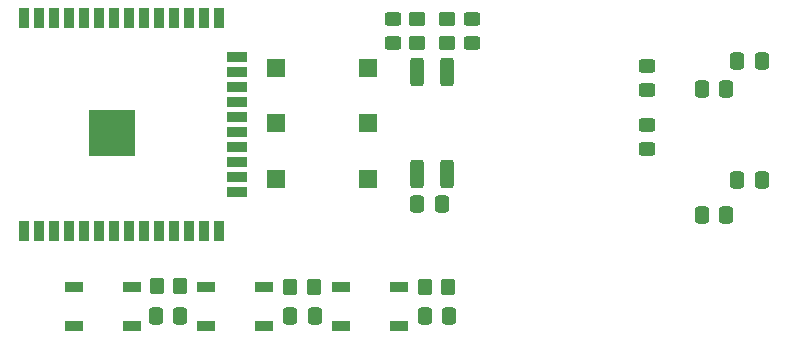
<source format=gbr>
%TF.GenerationSoftware,KiCad,Pcbnew,9.0.1*%
%TF.CreationDate,2025-10-10T15:40:47-03:00*%
%TF.ProjectId,minisumo,6d696e69-7375-46d6-9f2e-6b696361645f,rev?*%
%TF.SameCoordinates,Original*%
%TF.FileFunction,Paste,Top*%
%TF.FilePolarity,Positive*%
%FSLAX46Y46*%
G04 Gerber Fmt 4.6, Leading zero omitted, Abs format (unit mm)*
G04 Created by KiCad (PCBNEW 9.0.1) date 2025-10-10 15:40:47*
%MOMM*%
%LPD*%
G01*
G04 APERTURE LIST*
G04 Aperture macros list*
%AMRoundRect*
0 Rectangle with rounded corners*
0 $1 Rounding radius*
0 $2 $3 $4 $5 $6 $7 $8 $9 X,Y pos of 4 corners*
0 Add a 4 corners polygon primitive as box body*
4,1,4,$2,$3,$4,$5,$6,$7,$8,$9,$2,$3,0*
0 Add four circle primitives for the rounded corners*
1,1,$1+$1,$2,$3*
1,1,$1+$1,$4,$5*
1,1,$1+$1,$6,$7*
1,1,$1+$1,$8,$9*
0 Add four rect primitives between the rounded corners*
20,1,$1+$1,$2,$3,$4,$5,0*
20,1,$1+$1,$4,$5,$6,$7,0*
20,1,$1+$1,$6,$7,$8,$9,0*
20,1,$1+$1,$8,$9,$2,$3,0*%
G04 Aperture macros list end*
%ADD10RoundRect,0.250000X-0.337500X-0.475000X0.337500X-0.475000X0.337500X0.475000X-0.337500X0.475000X0*%
%ADD11RoundRect,0.250000X-0.450000X0.325000X-0.450000X-0.325000X0.450000X-0.325000X0.450000X0.325000X0*%
%ADD12R,1.500000X1.500000*%
%ADD13RoundRect,0.250000X0.310000X-0.970000X0.310000X0.970000X-0.310000X0.970000X-0.310000X-0.970000X0*%
%ADD14RoundRect,0.250000X0.337500X0.475000X-0.337500X0.475000X-0.337500X-0.475000X0.337500X-0.475000X0*%
%ADD15RoundRect,0.099000X0.351000X-0.751000X0.351000X0.751000X-0.351000X0.751000X-0.351000X-0.751000X0*%
%ADD16R,4.000000X4.000000*%
%ADD17RoundRect,0.099000X0.751000X-0.351000X0.751000X0.351000X-0.751000X0.351000X-0.751000X-0.351000X0*%
%ADD18RoundRect,0.090000X-0.660000X-0.360000X0.660000X-0.360000X0.660000X0.360000X-0.660000X0.360000X0*%
%ADD19RoundRect,0.250000X0.350000X0.450000X-0.350000X0.450000X-0.350000X-0.450000X0.350000X-0.450000X0*%
%ADD20RoundRect,0.250000X0.450000X-0.350000X0.450000X0.350000X-0.450000X0.350000X-0.450000X-0.350000X0*%
G04 APERTURE END LIST*
D10*
%TO.C,C6*%
X193925000Y-79650000D03*
X196000000Y-79650000D03*
%TD*%
D11*
%TO.C,D2*%
X213350000Y-72950000D03*
X213350000Y-75000000D03*
%TD*%
D12*
%TO.C,SW1*%
X189800000Y-72800000D03*
X182000000Y-72800000D03*
%TD*%
D13*
%TO.C,SW2*%
X193930000Y-77105000D03*
X196470000Y-77105000D03*
X196470000Y-68495000D03*
X193930000Y-68495000D03*
%TD*%
D14*
%TO.C,C1*%
X220100000Y-69925000D03*
X218025000Y-69925000D03*
%TD*%
D10*
%TO.C,C7*%
X171775000Y-89075000D03*
X173850000Y-89075000D03*
%TD*%
D12*
%TO.C,SW3*%
X189800000Y-77500000D03*
X182000000Y-77500000D03*
%TD*%
D10*
%TO.C,C8*%
X183175000Y-89075000D03*
X185250000Y-89075000D03*
%TD*%
D14*
%TO.C,C2*%
X223105000Y-67525000D03*
X221030000Y-67525000D03*
%TD*%
D15*
%TO.C,U4*%
X160645000Y-81900000D03*
D16*
X168055000Y-73600000D03*
D15*
X161915000Y-81900000D03*
X163185000Y-81900000D03*
X164455000Y-81900000D03*
X165725000Y-81900000D03*
X166995000Y-81900000D03*
X168265000Y-81900000D03*
X169535000Y-81900000D03*
X170805000Y-81900000D03*
X172075000Y-81900000D03*
X173345000Y-81900000D03*
X174615000Y-81900000D03*
X175885000Y-81900000D03*
X177155000Y-81900000D03*
D17*
X178655000Y-78615000D03*
X178655000Y-77345000D03*
X178655000Y-76075000D03*
X178655000Y-74805000D03*
X178655000Y-73535000D03*
X178655000Y-72265000D03*
X178655000Y-70995000D03*
X178655000Y-69725000D03*
X178655000Y-68455000D03*
X178655000Y-67185000D03*
D15*
X177155000Y-63900000D03*
X175885000Y-63900000D03*
X174615000Y-63900000D03*
X173345000Y-63900000D03*
X172075000Y-63900000D03*
X170805000Y-63900000D03*
X169535000Y-63900000D03*
X168265000Y-63900000D03*
X166995000Y-63900000D03*
X165725000Y-63900000D03*
X164455000Y-63900000D03*
X163185000Y-63900000D03*
X161915000Y-63900000D03*
X160645000Y-63900000D03*
%TD*%
D11*
%TO.C,D9*%
X198600000Y-63975000D03*
X198600000Y-66025000D03*
%TD*%
D18*
%TO.C,LED3*%
X187475000Y-86625000D03*
X187475000Y-89925000D03*
X192375000Y-89925000D03*
X192375000Y-86625000D03*
%TD*%
D14*
%TO.C,C4*%
X223105000Y-77625000D03*
X221030000Y-77625000D03*
%TD*%
D19*
%TO.C,R3*%
X196575000Y-86625000D03*
X194575000Y-86625000D03*
%TD*%
D12*
%TO.C,SW4*%
X189800000Y-68100000D03*
X182000000Y-68100000D03*
%TD*%
D10*
%TO.C,C9*%
X194575000Y-89075000D03*
X196650000Y-89075000D03*
%TD*%
D11*
%TO.C,D8*%
X191900000Y-63975000D03*
X191900000Y-66025000D03*
%TD*%
D20*
%TO.C,R8*%
X193930000Y-65975000D03*
X193930000Y-63975000D03*
%TD*%
D14*
%TO.C,C3*%
X220100000Y-80525000D03*
X218025000Y-80525000D03*
%TD*%
D19*
%TO.C,R2*%
X185175000Y-86625000D03*
X183175000Y-86625000D03*
%TD*%
D11*
%TO.C,D1*%
X213350000Y-67950000D03*
X213350000Y-70000000D03*
%TD*%
D18*
%TO.C,LED1*%
X164875000Y-86625000D03*
X164875000Y-89925000D03*
X169775000Y-89925000D03*
X169775000Y-86625000D03*
%TD*%
%TO.C,LED2*%
X176075000Y-86625000D03*
X176075000Y-89925000D03*
X180975000Y-89925000D03*
X180975000Y-86625000D03*
%TD*%
D20*
%TO.C,R9*%
X196470000Y-65975000D03*
X196470000Y-63975000D03*
%TD*%
D19*
%TO.C,R1*%
X173875000Y-86575000D03*
X171875000Y-86575000D03*
%TD*%
M02*

</source>
